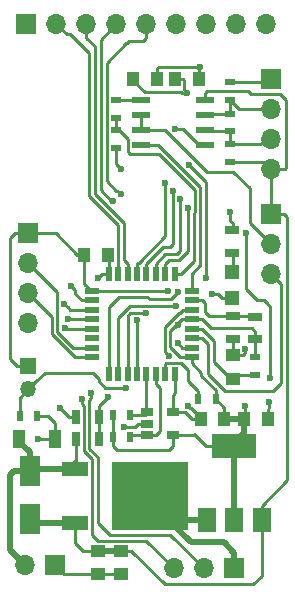
<source format=gtl>
G04 #@! TF.FileFunction,Copper,L1,Top,Signal*
%FSLAX46Y46*%
G04 Gerber Fmt 4.6, Leading zero omitted, Abs format (unit mm)*
G04 Created by KiCad (PCBNEW 4.0.2-stable) date 9/8/2017 10:58:26 PM*
%MOMM*%
G01*
G04 APERTURE LIST*
%ADD10C,0.100000*%
%ADD11R,1.200000X0.600000*%
%ADD12R,0.600000X1.200000*%
%ADD13R,1.000000X1.250000*%
%ADD14R,1.250000X1.000000*%
%ADD15R,1.000000X1.600000*%
%ADD16R,1.700000X1.700000*%
%ADD17O,1.700000X1.700000*%
%ADD18R,0.900000X0.500000*%
%ADD19R,0.700000X1.300000*%
%ADD20R,1.300000X0.700000*%
%ADD21R,2.200000X1.200000*%
%ADD22R,6.400000X5.800000*%
%ADD23R,3.050000X2.750000*%
%ADD24R,3.800000X2.000000*%
%ADD25R,1.500000X2.000000*%
%ADD26R,1.550000X0.600000*%
%ADD27R,1.800000X2.500000*%
%ADD28R,1.350000X1.350000*%
%ADD29O,1.350000X1.350000*%
%ADD30R,1.200000X1.200000*%
%ADD31R,0.500000X0.900000*%
%ADD32R,1.060000X0.650000*%
%ADD33C,0.600000*%
%ADD34C,0.250000*%
%ADD35C,0.500000*%
G04 APERTURE END LIST*
D10*
D11*
X116245000Y-108205500D03*
X116245000Y-107405500D03*
X116245000Y-106605500D03*
X116245000Y-105805500D03*
X116245000Y-105005500D03*
X116245000Y-104205500D03*
X116245000Y-103405500D03*
X116245000Y-102605500D03*
D12*
X114795000Y-101155500D03*
X113995000Y-101155500D03*
X113195000Y-101155500D03*
X112395000Y-101155500D03*
X111595000Y-101155500D03*
X110795000Y-101155500D03*
X109995000Y-101155500D03*
X109195000Y-101155500D03*
D11*
X107745000Y-102605500D03*
X107745000Y-103405500D03*
X107745000Y-104205500D03*
X107745000Y-105005500D03*
X107745000Y-105805500D03*
X107745000Y-106605500D03*
X107745000Y-107405500D03*
X107745000Y-108205500D03*
D12*
X109195000Y-109655500D03*
X109995000Y-109655500D03*
X110795000Y-109655500D03*
X111595000Y-109655500D03*
X112395000Y-109655500D03*
X113195000Y-109655500D03*
X113995000Y-109655500D03*
X114795000Y-109655500D03*
D13*
X114824000Y-84709000D03*
X116824000Y-84709000D03*
D14*
X119697500Y-110077000D03*
X119697500Y-108077000D03*
D15*
X101624000Y-115112800D03*
X104624000Y-115112800D03*
D14*
X110236000Y-124603000D03*
X110236000Y-126603000D03*
X108331000Y-124603000D03*
X108331000Y-126603000D03*
D13*
X120682000Y-113482500D03*
X122682000Y-113482500D03*
X118983000Y-113482500D03*
X116983000Y-113482500D03*
D16*
X102362000Y-97726500D03*
D17*
X102362000Y-100266500D03*
X102362000Y-102806500D03*
X102362000Y-105346500D03*
D16*
X104673600Y-125857200D03*
D17*
X102133600Y-125857200D03*
D16*
X119812000Y-126111200D03*
D17*
X117272000Y-126111200D03*
X114732000Y-126111200D03*
D16*
X122936000Y-96139000D03*
D17*
X122936000Y-98679000D03*
X122936000Y-101219000D03*
D18*
X121602500Y-108228000D03*
X121602500Y-109728000D03*
D19*
X106441200Y-115163600D03*
X108341200Y-115163600D03*
D20*
X121602500Y-106680000D03*
X121602500Y-104780000D03*
X119697500Y-104775000D03*
X119697500Y-106675000D03*
D18*
X119507000Y-91694000D03*
X119507000Y-90194000D03*
X109855000Y-86447500D03*
X109855000Y-87947500D03*
X119507000Y-89090500D03*
X119507000Y-87590500D03*
X109855000Y-89027000D03*
X109855000Y-90527000D03*
X119507000Y-86463000D03*
X119507000Y-84963000D03*
D21*
X106353500Y-117671500D03*
X106353500Y-122231500D03*
D22*
X112653500Y-119951500D03*
D23*
X114328500Y-121476500D03*
X110978500Y-118426500D03*
X114328500Y-118426500D03*
X110978500Y-121476500D03*
D24*
X119840500Y-115730000D03*
D25*
X119840500Y-122030000D03*
X122140500Y-122030000D03*
X117540500Y-122030000D03*
D26*
X111917500Y-86423500D03*
X111917500Y-87693500D03*
X111917500Y-88963500D03*
X111917500Y-90233500D03*
X117317500Y-90233500D03*
X117317500Y-88963500D03*
X117317500Y-87693500D03*
X117317500Y-86423500D03*
D27*
X102552500Y-117888000D03*
X102552500Y-121888000D03*
D16*
X102235000Y-80010000D03*
D17*
X104775000Y-80010000D03*
X107315000Y-80010000D03*
X109855000Y-80010000D03*
X112395000Y-80010000D03*
X114935000Y-80010000D03*
X117475000Y-80010000D03*
X120015000Y-80010000D03*
X122555000Y-80010000D03*
D16*
X122936000Y-84645500D03*
D17*
X122936000Y-87185500D03*
X122936000Y-89725500D03*
X122936000Y-92265500D03*
D20*
X119634000Y-99364800D03*
X119634000Y-97464800D03*
D28*
X102387400Y-108940600D03*
D29*
X102387400Y-110940600D03*
D30*
X119634000Y-103182600D03*
X119634000Y-100982600D03*
D13*
X107140500Y-99568000D03*
X109140500Y-99568000D03*
D31*
X118238400Y-111760000D03*
X116738400Y-111760000D03*
X101662800Y-113233200D03*
X103162800Y-113233200D03*
D13*
X111268000Y-84709000D03*
X113268000Y-84709000D03*
D19*
X108341200Y-113284000D03*
X106441200Y-113284000D03*
D32*
X112438000Y-112892800D03*
X112438000Y-113842800D03*
X112438000Y-114792800D03*
X114638000Y-114792800D03*
X114638000Y-112892800D03*
D31*
X109536800Y-113080800D03*
X111036800Y-113080800D03*
X109536800Y-115011200D03*
X111036800Y-115011200D03*
D33*
X115925600Y-112318800D03*
X110490000Y-114096800D03*
X105105200Y-112548000D03*
X103225600Y-115112800D03*
X119507000Y-95961200D03*
X108302100Y-101498400D03*
X115798600Y-85877400D03*
X122745500Y-112014000D03*
X114808000Y-88900000D03*
X110250000Y-92250000D03*
X120750000Y-107500000D03*
X116965000Y-83693000D03*
X120726200Y-112395000D03*
X122885200Y-109956600D03*
X120827800Y-97739200D03*
X115026620Y-105535914D03*
X114223800Y-102641400D03*
X107696000Y-111252000D03*
X106045000Y-102235000D03*
X106941192Y-111785400D03*
X105419980Y-103679292D03*
X111593063Y-105110640D03*
X109601000Y-94996000D03*
X112359813Y-104485620D03*
X110236000Y-94424500D03*
X105454309Y-105778411D03*
X105729339Y-105027161D03*
X109118400Y-111607600D03*
X114266093Y-108085507D03*
X115070632Y-102698152D03*
X116027200Y-91948000D03*
X117475000Y-101536500D03*
X115887500Y-95631000D03*
X115252500Y-94869000D03*
X113982500Y-93472000D03*
X114617500Y-94170500D03*
X117906800Y-102844600D03*
X114909600Y-103860600D03*
X110642400Y-110794800D03*
X115036600Y-107047100D03*
D34*
X116128800Y-112503300D02*
X116110100Y-112503300D01*
X116110100Y-112503300D02*
X115925600Y-112318800D01*
X116983000Y-113357500D02*
X116128800Y-112503300D01*
X114795000Y-111265000D02*
X114638000Y-111422000D01*
X114638000Y-111422000D02*
X114638000Y-112892800D01*
X114795000Y-109655500D02*
X114795000Y-111265000D01*
X115628100Y-112877600D02*
X115612900Y-112892800D01*
X115612900Y-112892800D02*
X114638000Y-112892800D01*
X116983000Y-113482500D02*
X116233000Y-113482500D01*
X116233000Y-113482500D02*
X115628100Y-112877600D01*
X111404000Y-114096800D02*
X110490000Y-114096800D01*
X112438000Y-113842800D02*
X111658000Y-113842800D01*
X111658000Y-113842800D02*
X111404000Y-114096800D01*
X106441200Y-113284000D02*
X105841200Y-113284000D01*
X105841200Y-113284000D02*
X105105200Y-112548000D01*
X116983000Y-113482500D02*
X116983000Y-113357500D01*
X104624000Y-115112800D02*
X103225600Y-115112800D01*
X103162800Y-113233200D02*
X104089200Y-113233200D01*
X104089200Y-113233200D02*
X104624000Y-113768000D01*
X104624000Y-113768000D02*
X104624000Y-115112800D01*
X104624000Y-115112800D02*
X104624000Y-114812800D01*
X115544600Y-84747100D02*
X115506500Y-84709000D01*
X115506500Y-84709000D02*
X114824000Y-84709000D01*
X115544600Y-85623400D02*
X115544600Y-84747100D01*
X111268000Y-84709000D02*
X111268000Y-84834000D01*
X111268000Y-84834000D02*
X112232499Y-85798499D01*
X112232499Y-85798499D02*
X115295435Y-85798499D01*
X115295435Y-85798499D02*
X115374336Y-85877400D01*
X115374336Y-85877400D02*
X115798600Y-85877400D01*
X119710200Y-96864800D02*
X119710200Y-97464800D01*
X114478500Y-118426500D02*
X114328500Y-118426500D01*
X119507000Y-96661600D02*
X119507000Y-95961200D01*
X119710200Y-96864800D02*
X119507000Y-96661600D01*
X109195000Y-101155500D02*
X108645000Y-101155500D01*
X108645000Y-101155500D02*
X108302100Y-101498400D01*
X115544600Y-85623400D02*
X115798600Y-85877400D01*
D35*
X119812000Y-126111200D02*
X119812000Y-124761200D01*
X119812000Y-124761200D02*
X118939300Y-123888500D01*
X118939300Y-123888500D02*
X116141500Y-123888500D01*
X116141500Y-123888500D02*
X114328500Y-122075500D01*
X114328500Y-122075500D02*
X114328500Y-121476500D01*
D34*
X122745500Y-112544000D02*
X122745500Y-112014000D01*
X122682000Y-113482500D02*
X122682000Y-112607500D01*
X122682000Y-112607500D02*
X122745500Y-112544000D01*
X115509000Y-88900000D02*
X114808000Y-88900000D01*
X117317500Y-90233500D02*
X116842500Y-90233500D01*
X116842500Y-90233500D02*
X115509000Y-88900000D01*
D35*
X117540500Y-122030000D02*
X114882000Y-122030000D01*
X114882000Y-122030000D02*
X114328500Y-121476500D01*
D34*
X109855000Y-91855000D02*
X110250000Y-92250000D01*
X109855000Y-90527000D02*
X109855000Y-91855000D01*
X120750000Y-107899500D02*
X120750000Y-107500000D01*
X119697500Y-108077000D02*
X120572500Y-108077000D01*
X120572500Y-108077000D02*
X120750000Y-107899500D01*
X114795000Y-109655500D02*
X114795000Y-109955500D01*
X109195000Y-101155500D02*
X109195000Y-99694000D01*
X109195000Y-99694000D02*
X109069000Y-99568000D01*
X119697500Y-106675000D02*
X119697500Y-108077000D01*
X119507000Y-84963000D02*
X122618500Y-84963000D01*
X122618500Y-84963000D02*
X122936000Y-84645500D01*
X116983000Y-113607500D02*
X116983000Y-113482500D01*
X108331000Y-126603000D02*
X105419400Y-126603000D01*
X105419400Y-126603000D02*
X104673600Y-125857200D01*
X110236000Y-126603000D02*
X108331000Y-126603000D01*
X109536800Y-113080800D02*
X109536800Y-115011200D01*
X114300000Y-116078000D02*
X114638000Y-115740000D01*
X114638000Y-115740000D02*
X114638000Y-114792800D01*
X109903600Y-116078000D02*
X114300000Y-116078000D01*
X109536800Y-115011200D02*
X109536800Y-115711200D01*
X109536800Y-115711200D02*
X109903600Y-116078000D01*
X119840500Y-115730000D02*
X117406400Y-115730000D01*
X116398000Y-114792800D02*
X114638000Y-114792800D01*
X117406400Y-115730000D02*
X116433600Y-114757200D01*
X116433600Y-114757200D02*
X116398000Y-114792800D01*
X117043200Y-109778800D02*
X118238400Y-110974000D01*
X118238400Y-110974000D02*
X118238400Y-111760000D01*
X117043200Y-109553700D02*
X117043200Y-109778800D01*
X116245000Y-108205500D02*
X116245000Y-108755500D01*
X116245000Y-108755500D02*
X117043200Y-109553700D01*
X118983000Y-113482500D02*
X118983000Y-112504600D01*
X118983000Y-112504600D02*
X118238400Y-111760000D01*
X113268000Y-84709000D02*
X113268000Y-83834000D01*
X113268000Y-83834000D02*
X113409000Y-83693000D01*
X113409000Y-83693000D02*
X116540736Y-83693000D01*
X116540736Y-83693000D02*
X116965000Y-83693000D01*
X116824000Y-84709000D02*
X116824000Y-83834000D01*
X116824000Y-83834000D02*
X116965000Y-83693000D01*
X107140500Y-99568000D02*
X107140500Y-102001000D01*
X107140500Y-102001000D02*
X107745000Y-102605500D01*
X107140500Y-99568000D02*
X106553000Y-99568000D01*
X102387400Y-108940600D02*
X101462400Y-108940600D01*
X101262000Y-97726500D02*
X102362000Y-97726500D01*
X101462400Y-108940600D02*
X100863400Y-108341600D01*
X100863400Y-108341600D02*
X100863400Y-98125100D01*
X100863400Y-98125100D02*
X101262000Y-97726500D01*
X115269998Y-108205500D02*
X115395000Y-108205500D01*
X115395000Y-108205500D02*
X116245000Y-108205500D01*
X114935000Y-105465500D02*
X114411599Y-105988901D01*
X114411599Y-107347101D02*
X115269998Y-108205500D01*
X114411599Y-105988901D02*
X114411599Y-107347101D01*
X108630900Y-102641400D02*
X114223800Y-102641400D01*
X107745000Y-102605500D02*
X108595000Y-102605500D01*
X108595000Y-102605500D02*
X108630900Y-102641400D01*
X120726200Y-112395000D02*
X120726200Y-113438300D01*
X120726200Y-113438300D02*
X120682000Y-113482500D01*
X122885200Y-103962200D02*
X122885200Y-109956600D01*
X122577501Y-103654501D02*
X122885200Y-103962200D01*
X122326400Y-103378000D02*
X122577501Y-103629101D01*
X122577501Y-103629101D02*
X122577501Y-103654501D01*
X121716800Y-103378000D02*
X122326400Y-103378000D01*
X120827800Y-102489000D02*
X121716800Y-103378000D01*
X120827800Y-97739200D02*
X120827800Y-102489000D01*
D35*
X119840500Y-122030000D02*
X119840500Y-120530000D01*
X119840500Y-120530000D02*
X119840500Y-115730000D01*
D34*
X121313500Y-105791000D02*
X117880500Y-105791000D01*
X117880500Y-105791000D02*
X117095000Y-105005500D01*
X121602500Y-106680000D02*
X121602500Y-106080000D01*
X121602500Y-106080000D02*
X121313500Y-105791000D01*
X117095000Y-105005500D02*
X116245000Y-105005500D01*
X114935000Y-105465500D02*
X114935000Y-105664000D01*
X116245000Y-105005500D02*
X115395000Y-105005500D01*
X115395000Y-105005500D02*
X114935000Y-105465500D01*
X106553000Y-99568000D02*
X104711500Y-97726500D01*
X104711500Y-97726500D02*
X102362000Y-97726500D01*
X107569000Y-102429500D02*
X107745000Y-102605500D01*
X121602500Y-106680000D02*
X121602500Y-108228000D01*
D35*
X119139500Y-113326000D02*
X118983000Y-113482500D01*
X119840500Y-115387500D02*
X119902000Y-115387500D01*
X119902000Y-115387500D02*
X120682000Y-114607500D01*
X120682000Y-114607500D02*
X120682000Y-113482500D01*
X119840500Y-115730000D02*
X119840500Y-115387500D01*
X118983000Y-113482500D02*
X120682000Y-113482500D01*
D34*
X117095000Y-105805500D02*
X116245000Y-105805500D01*
X118110000Y-106820500D02*
X117095000Y-105805500D01*
X118110000Y-108614500D02*
X118110000Y-106820500D01*
X119572500Y-110077000D02*
X118110000Y-108614500D01*
X119697500Y-110077000D02*
X119572500Y-110077000D01*
X121602500Y-109728000D02*
X120046500Y-109728000D01*
X120046500Y-109728000D02*
X119697500Y-110077000D01*
X106441200Y-115163600D02*
X106441200Y-117583800D01*
X106441200Y-117583800D02*
X106353500Y-117671500D01*
D35*
X102492400Y-116281200D02*
X102492400Y-117827900D01*
X102492400Y-117827900D02*
X102552500Y-117888000D01*
X101624000Y-115112800D02*
X101624000Y-115412800D01*
X101624000Y-115412800D02*
X102492400Y-116281200D01*
X102133600Y-125857200D02*
X100838000Y-124561600D01*
X100838000Y-124561600D02*
X100838000Y-118202500D01*
X100838000Y-118202500D02*
X101152500Y-117888000D01*
X101152500Y-117888000D02*
X102552500Y-117888000D01*
X106353500Y-117671500D02*
X106353500Y-117148500D01*
X106353500Y-117671500D02*
X102769000Y-117671500D01*
X102769000Y-117671500D02*
X102552500Y-117888000D01*
D34*
X106137000Y-117888000D02*
X106353500Y-117671500D01*
X117317500Y-86423500D02*
X117317500Y-85873500D01*
X117317500Y-85873500D02*
X117491400Y-85699600D01*
X117491400Y-85699600D02*
X120980200Y-85699600D01*
X120980200Y-85699600D02*
X121208800Y-85928200D01*
X121208800Y-85928200D02*
X123723400Y-85928200D01*
X123723400Y-85928200D02*
X124206000Y-86410800D01*
X124206000Y-86410800D02*
X124206000Y-92197581D01*
X124206000Y-92197581D02*
X124138081Y-92265500D01*
X124138081Y-92265500D02*
X122936000Y-92265500D01*
X106362500Y-123952000D02*
X107013500Y-124603000D01*
X107013500Y-124603000D02*
X108331000Y-124603000D01*
X106362500Y-123090500D02*
X106362500Y-123952000D01*
X106353500Y-122231500D02*
X106353500Y-123081500D01*
X106353500Y-123081500D02*
X106362500Y-123090500D01*
X121412000Y-127444500D02*
X122140500Y-126716000D01*
X122140500Y-126716000D02*
X122140500Y-122030000D01*
X113952500Y-127444500D02*
X121412000Y-127444500D01*
X110236000Y-124603000D02*
X111111000Y-124603000D01*
X111111000Y-124603000D02*
X113952500Y-127444500D01*
X124269500Y-118651000D02*
X124269500Y-96372500D01*
X124269500Y-96372500D02*
X124036000Y-96139000D01*
X124036000Y-96139000D02*
X122936000Y-96139000D01*
X122140500Y-122030000D02*
X122140500Y-120780000D01*
X122140500Y-120780000D02*
X124269500Y-118651000D01*
X119507000Y-91694000D02*
X122364500Y-91694000D01*
X122364500Y-91694000D02*
X122936000Y-92265500D01*
X122936000Y-92265500D02*
X122936000Y-93467581D01*
X122936000Y-93467581D02*
X122936000Y-96139000D01*
D35*
X106353500Y-122231500D02*
X102896000Y-122231500D01*
X102896000Y-122231500D02*
X102552500Y-121888000D01*
X106853500Y-122231500D02*
X106353500Y-122231500D01*
X108331000Y-124603000D02*
X108206000Y-124603000D01*
X108206000Y-124603000D02*
X108190000Y-124587000D01*
X110236000Y-124603000D02*
X108331000Y-124603000D01*
D34*
X108267500Y-116664087D02*
X107566212Y-115962799D01*
X117272000Y-126111200D02*
X114414300Y-123253500D01*
X109270498Y-123253500D02*
X108267500Y-122250502D01*
X108267500Y-122250502D02*
X108267500Y-116664087D01*
X107696000Y-111676264D02*
X107696000Y-111252000D01*
X114414300Y-123253500D02*
X109270498Y-123253500D01*
X107566212Y-115962799D02*
X107566212Y-111806052D01*
X107566212Y-111806052D02*
X107696000Y-111676264D01*
X106045000Y-102235000D02*
X106344999Y-102534999D01*
X106344999Y-102534999D02*
X106344999Y-102855499D01*
X106344999Y-102855499D02*
X106895000Y-103405500D01*
X106895000Y-103405500D02*
X107745000Y-103405500D01*
X107817489Y-116850487D02*
X107116201Y-116149199D01*
X108329589Y-123761500D02*
X107817489Y-123249400D01*
X106941192Y-112209664D02*
X106941192Y-111785400D01*
X114732000Y-126111200D02*
X112382300Y-123761500D01*
X112382300Y-123761500D02*
X108329589Y-123761500D01*
X107817489Y-123249400D02*
X107817489Y-116850487D01*
X107116201Y-116149199D02*
X107116201Y-112384673D01*
X107116201Y-112384673D02*
X106941192Y-112209664D01*
X107745000Y-104205500D02*
X105946188Y-104205500D01*
X105719979Y-103979291D02*
X105419980Y-103679292D01*
X105946188Y-104205500D02*
X105719979Y-103979291D01*
X111595000Y-105112577D02*
X111593063Y-105110640D01*
X111595000Y-109655500D02*
X111595000Y-105112577D01*
X109601000Y-94996000D02*
X109410500Y-94996000D01*
X108521500Y-94107000D02*
X108521500Y-81343500D01*
X108521500Y-81343500D02*
X109855000Y-80010000D01*
X109410500Y-94996000D02*
X108521500Y-94107000D01*
X112359813Y-104485620D02*
X111033380Y-104485620D01*
X111033380Y-104485620D02*
X110795000Y-104724000D01*
X110795000Y-104724000D02*
X110795000Y-109655500D01*
X110236000Y-94424500D02*
X109936001Y-94124501D01*
X109029500Y-83312000D02*
X110680500Y-81661000D01*
X109936001Y-94124501D02*
X109809001Y-94124501D01*
X109809001Y-94124501D02*
X109029500Y-93345000D01*
X109029500Y-93345000D02*
X109029500Y-83312000D01*
X110680500Y-81661000D02*
X110744000Y-81661000D01*
X110744000Y-81661000D02*
X110934500Y-81470500D01*
X112395000Y-81216500D02*
X112395000Y-80010000D01*
X110934500Y-81470500D02*
X112141000Y-81470500D01*
X112141000Y-81470500D02*
X112395000Y-81216500D01*
X107745000Y-105805500D02*
X105481398Y-105805500D01*
X105481398Y-105805500D02*
X105454309Y-105778411D01*
X107745000Y-105005500D02*
X105751000Y-105005500D01*
X105751000Y-105005500D02*
X105729339Y-105027161D01*
X119507000Y-89090500D02*
X117444500Y-89090500D01*
X117444500Y-89090500D02*
X117317500Y-88963500D01*
X119507000Y-89090500D02*
X119507000Y-90194000D01*
X122491500Y-89725500D02*
X122023000Y-90194000D01*
X122023000Y-90194000D02*
X119507000Y-90194000D01*
X122936000Y-89725500D02*
X122491500Y-89725500D01*
X120229500Y-87185500D02*
X119507000Y-86463000D01*
X122936000Y-87185500D02*
X120229500Y-87185500D01*
X119507000Y-87590500D02*
X117420500Y-87590500D01*
X117420500Y-87590500D02*
X117317500Y-87693500D01*
X119507000Y-87590500D02*
X119507000Y-86463000D01*
X122086001Y-97829001D02*
X122936000Y-98679000D01*
X121158000Y-96901000D02*
X122086001Y-97829001D01*
X113946496Y-88963500D02*
X117502496Y-92519500D01*
X119761000Y-92519500D02*
X121158000Y-93916500D01*
X117502496Y-92519500D02*
X119761000Y-92519500D01*
X111917500Y-88963500D02*
X113946496Y-88963500D01*
X121158000Y-93916500D02*
X121158000Y-96901000D01*
X111917500Y-87693500D02*
X111917500Y-88963500D01*
X116245000Y-106605500D02*
X117095000Y-106605500D01*
X117607511Y-107118011D02*
X117607511Y-109606511D01*
X117095000Y-106605500D02*
X117607511Y-107118011D01*
X117607511Y-109606511D02*
X119049800Y-111048800D01*
X119049800Y-111048800D02*
X123139200Y-111048800D01*
X123139200Y-111048800D02*
X123748800Y-110439200D01*
X123748800Y-110439200D02*
X123748800Y-102031800D01*
X123748800Y-102031800D02*
X122936000Y-101219000D01*
X108341200Y-113284000D02*
X108341200Y-112384800D01*
X108341200Y-112384800D02*
X109118400Y-111607600D01*
X108341200Y-115163600D02*
X108341200Y-113284000D01*
X115489702Y-104205500D02*
X115209601Y-104485601D01*
X115209601Y-104485601D02*
X115114899Y-104485601D01*
X115114899Y-104485601D02*
X113961588Y-105638912D01*
X113961588Y-105638912D02*
X113961588Y-107781002D01*
X113961588Y-107781002D02*
X113966094Y-107785508D01*
X113966094Y-107785508D02*
X114266093Y-108085507D01*
X116245000Y-104205500D02*
X115489702Y-104205500D01*
X119697500Y-104775000D02*
X121597500Y-104775000D01*
X121597500Y-104775000D02*
X121602500Y-104780000D01*
X117322600Y-104368600D02*
X117729000Y-104775000D01*
X117729000Y-104775000D02*
X119697500Y-104775000D01*
X117322600Y-103633100D02*
X117322600Y-104368600D01*
X116245000Y-103405500D02*
X117095000Y-103405500D01*
X117095000Y-103405500D02*
X117322600Y-103633100D01*
X111917500Y-86423500D02*
X109879000Y-86423500D01*
X109879000Y-86423500D02*
X109855000Y-86447500D01*
X110817499Y-89789499D02*
X110055000Y-89027000D01*
X110055000Y-89027000D02*
X109855000Y-89027000D01*
X110817499Y-90793501D02*
X110817499Y-89789499D01*
X110934500Y-90910502D02*
X110817499Y-90793501D01*
X110934500Y-90995500D02*
X110934500Y-90910502D01*
X113474500Y-90995500D02*
X110934500Y-90995500D01*
X116512501Y-94033501D02*
X113474500Y-90995500D01*
X116459000Y-100041500D02*
X116459000Y-95984502D01*
X116512501Y-95931001D02*
X116512501Y-94033501D01*
X116459000Y-95984502D02*
X116512501Y-95931001D01*
X115345000Y-101155500D02*
X116459000Y-100041500D01*
X114795000Y-101155500D02*
X115345000Y-101155500D01*
X109855000Y-87947500D02*
X109855000Y-89027000D01*
X112479800Y-103105789D02*
X110100401Y-103105789D01*
X114485193Y-103283591D02*
X112657602Y-103283591D01*
X112657602Y-103283591D02*
X112479800Y-103105789D01*
X115070632Y-102698152D02*
X114485193Y-103283591D01*
X109195000Y-108805500D02*
X109195000Y-109655500D01*
X110100401Y-103105789D02*
X109195000Y-104011190D01*
X109195000Y-104011190D02*
X109195000Y-108805500D01*
X117455116Y-93375916D02*
X116027200Y-91948000D01*
X117475000Y-93375916D02*
X117455116Y-93375916D01*
X117475000Y-101536500D02*
X117475000Y-93375916D01*
X115887500Y-96055264D02*
X115887500Y-95631000D01*
X115887500Y-98868090D02*
X115887500Y-96055264D01*
X115893009Y-98873599D02*
X115887500Y-98868090D01*
X115126910Y-100012500D02*
X115893009Y-99246401D01*
X114288000Y-100012500D02*
X115126910Y-100012500D01*
X115893009Y-99246401D02*
X115893009Y-98873599D01*
X113995000Y-100305500D02*
X114288000Y-100012500D01*
X113995000Y-101155500D02*
X113995000Y-100305500D01*
X115252500Y-99250500D02*
X115252500Y-94869000D01*
X114998500Y-99504500D02*
X115252500Y-99250500D01*
X113996000Y-99504500D02*
X114998500Y-99504500D01*
X113195000Y-101155500D02*
X113195000Y-100305500D01*
X113195000Y-100305500D02*
X113996000Y-99504500D01*
X113982500Y-97980500D02*
X113982500Y-93472000D01*
X111732501Y-100230499D02*
X113982500Y-97980500D01*
X111595000Y-100305500D02*
X111670001Y-100230499D01*
X111670001Y-100230499D02*
X111732501Y-100230499D01*
X111595000Y-101155500D02*
X111595000Y-100305500D01*
X111595000Y-100305500D02*
X111569500Y-100280000D01*
X114617500Y-98679000D02*
X114617500Y-94170500D01*
X114363500Y-98933000D02*
X114617500Y-98679000D01*
X113767500Y-98933000D02*
X114363500Y-98933000D01*
X112395000Y-101155500D02*
X112395000Y-100305500D01*
X112395000Y-100305500D02*
X113767500Y-98933000D01*
X116245000Y-102605500D02*
X116245000Y-101179000D01*
X116245000Y-101179000D02*
X116967000Y-100457000D01*
X116967000Y-100457000D02*
X116967000Y-93789500D01*
X116967000Y-93789500D02*
X113411000Y-90233500D01*
X113411000Y-90233500D02*
X111917500Y-90233500D01*
X111917500Y-90233500D02*
X112392500Y-90233500D01*
X104794978Y-102699478D02*
X103211999Y-101116499D01*
X103211999Y-101116499D02*
X102362000Y-100266500D01*
X104794978Y-103979294D02*
X104794978Y-102699478D01*
X104829308Y-104013624D02*
X104794978Y-103979294D01*
X106156396Y-107405500D02*
X104829308Y-106078412D01*
X107745000Y-107405500D02*
X106156396Y-107405500D01*
X104829308Y-106078412D02*
X104829308Y-104013624D01*
X103211999Y-103656499D02*
X102362000Y-102806500D01*
X104379297Y-104823797D02*
X103211999Y-103656499D01*
X107745000Y-108205500D02*
X106319985Y-108205500D01*
X106319985Y-108205500D02*
X104379297Y-106264812D01*
X104379297Y-106264812D02*
X104379297Y-104823797D01*
X108013500Y-81915000D02*
X107315000Y-81216500D01*
X107315000Y-81216500D02*
X107315000Y-80010000D01*
X108013500Y-94424500D02*
X108013500Y-81915000D01*
X110490000Y-96901000D02*
X108013500Y-94424500D01*
X110490000Y-100000500D02*
X110490000Y-96901000D01*
X110795000Y-101155500D02*
X110795000Y-100305500D01*
X110795000Y-100305500D02*
X110490000Y-100000500D01*
X107505500Y-82486500D02*
X105878999Y-80859999D01*
X105624999Y-80859999D02*
X104775000Y-80010000D01*
X105878999Y-80859999D02*
X105624999Y-80859999D01*
X107505500Y-94169090D02*
X107505500Y-82486500D01*
X107499991Y-94174599D02*
X107505500Y-94169090D01*
X107499991Y-94547401D02*
X107499991Y-94174599D01*
X109995000Y-97042410D02*
X107499991Y-94547401D01*
X109995000Y-101155500D02*
X109995000Y-97042410D01*
X114485336Y-103860600D02*
X114909600Y-103860600D01*
X109995000Y-104887589D02*
X111021989Y-103860600D01*
X109995000Y-109655500D02*
X109995000Y-104887589D01*
X111021989Y-103860600D02*
X114485336Y-103860600D01*
X118446000Y-102844600D02*
X117906800Y-102844600D01*
X119634000Y-103182600D02*
X118784000Y-103182600D01*
X118784000Y-103182600D02*
X118446000Y-102844600D01*
X111036800Y-113080800D02*
X112250000Y-113080800D01*
X112250000Y-113080800D02*
X112438000Y-112892800D01*
X112395000Y-109655500D02*
X112395000Y-112849800D01*
X112395000Y-112849800D02*
X112438000Y-112892800D01*
X112438000Y-114792800D02*
X111255200Y-114792800D01*
X111255200Y-114792800D02*
X111036800Y-115011200D01*
X113538000Y-110848500D02*
X113538000Y-114472800D01*
X113218000Y-114792800D02*
X112438000Y-114792800D01*
X113538000Y-114472800D02*
X113218000Y-114792800D01*
X113195000Y-109655500D02*
X113195000Y-110505500D01*
X113195000Y-110505500D02*
X113538000Y-110848500D01*
X116738400Y-111760000D02*
X116738400Y-111060000D01*
X116738400Y-111060000D02*
X115925600Y-110247200D01*
X114088500Y-108712000D02*
X113995000Y-108805500D01*
X115925600Y-110247200D02*
X115925600Y-109301098D01*
X115925600Y-109301098D02*
X115336502Y-108712000D01*
X115336502Y-108712000D02*
X114088500Y-108712000D01*
X113995000Y-108805500D02*
X113995000Y-109655500D01*
X119710200Y-99364800D02*
X119710200Y-100906400D01*
X119710200Y-100906400D02*
X119634000Y-100982600D01*
X103796011Y-109531989D02*
X103062399Y-110265601D01*
X108400011Y-110049600D02*
X107882400Y-109531989D01*
X108400011Y-110279611D02*
X108400011Y-110049600D01*
X107882400Y-109531989D02*
X103796011Y-109531989D01*
X103062399Y-110265601D02*
X102387400Y-110940600D01*
X110642400Y-110794800D02*
X108915200Y-110794800D01*
X108915200Y-110794800D02*
X108400011Y-110279611D01*
X101662800Y-113233200D02*
X101662800Y-111665200D01*
X101662800Y-111665200D02*
X102387400Y-110940600D01*
X116245000Y-107405500D02*
X115395000Y-107405500D01*
X115395000Y-107405500D02*
X115036600Y-107047100D01*
M02*

</source>
